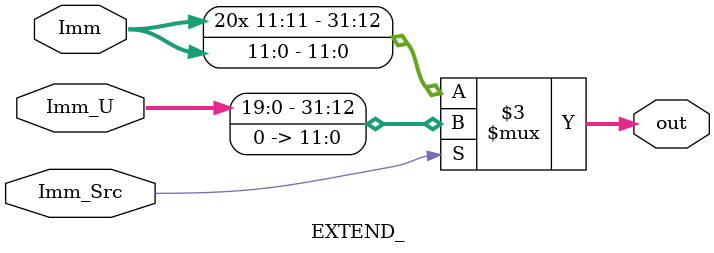
<source format=v>
`timescale 1ns / 1ps


module EXTEND_(
    input [11:0] Imm,
    input [19:0] Imm_U,
    input Imm_Src,
    output reg [31:0] out //inmediato con la extension a 32 bits realizada
);
    always @(*) begin
        if(Imm_Src) begin
            out = {Imm_U, 12'b0};
        end
        else begin
            out = {{20{Imm[11]}}, Imm};
        end
        
    end 
    //multiplica por 20 el bit de signo(ultimo bit) del inmediato y eso lo concatena con los 12 bits originales
endmodule

</source>
